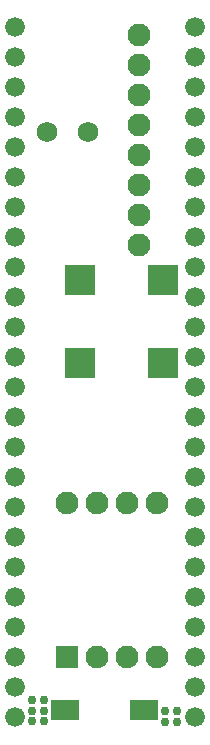
<source format=gts>
G04 Layer_Color=8388736*
%FSLAX24Y24*%
%MOIN*%
G70*
G01*
G75*
G04:AMPARAMS|DCode=41|XSize=26mil|YSize=26mil|CornerRadius=8mil|HoleSize=0mil|Usage=FLASHONLY|Rotation=270.000|XOffset=0mil|YOffset=0mil|HoleType=Round|Shape=RoundedRectangle|*
%AMROUNDEDRECTD41*
21,1,0.0260,0.0100,0,0,270.0*
21,1,0.0100,0.0260,0,0,270.0*
1,1,0.0160,-0.0050,-0.0050*
1,1,0.0160,-0.0050,0.0050*
1,1,0.0160,0.0050,0.0050*
1,1,0.0160,0.0050,-0.0050*
%
%ADD41ROUNDEDRECTD41*%
%ADD42R,0.0966X0.0651*%
%ADD43R,0.1044X0.1044*%
%ADD44C,0.0660*%
%ADD45C,0.0690*%
%ADD46C,0.0769*%
%ADD47R,0.0760X0.0760*%
%ADD48C,0.0760*%
D41*
X37405Y19843D02*
D03*
X37005D02*
D03*
X37405Y20197D02*
D03*
X37005D02*
D03*
X32585Y19872D02*
D03*
X32985D02*
D03*
X32585Y20226D02*
D03*
X32985D02*
D03*
X32585Y20581D02*
D03*
X32985D02*
D03*
D42*
X36299Y20236D02*
D03*
X33661D02*
D03*
D43*
X34173Y31811D02*
D03*
X36929D02*
D03*
Y34567D02*
D03*
X34173D02*
D03*
D44*
X32000Y27000D02*
D03*
Y28000D02*
D03*
Y29000D02*
D03*
Y43000D02*
D03*
Y42000D02*
D03*
Y41000D02*
D03*
X38000Y29000D02*
D03*
X32000Y26000D02*
D03*
Y25000D02*
D03*
Y24000D02*
D03*
Y23000D02*
D03*
Y22000D02*
D03*
Y21000D02*
D03*
Y20000D02*
D03*
X38000D02*
D03*
Y21000D02*
D03*
Y22000D02*
D03*
Y23000D02*
D03*
Y24000D02*
D03*
Y25000D02*
D03*
Y26000D02*
D03*
Y27000D02*
D03*
Y28000D02*
D03*
X32000Y40000D02*
D03*
Y39000D02*
D03*
Y38000D02*
D03*
Y37000D02*
D03*
Y36000D02*
D03*
Y35000D02*
D03*
Y34000D02*
D03*
Y33000D02*
D03*
Y32000D02*
D03*
Y31000D02*
D03*
Y30000D02*
D03*
X38000D02*
D03*
Y31000D02*
D03*
Y32000D02*
D03*
Y33000D02*
D03*
Y34000D02*
D03*
Y35000D02*
D03*
Y36000D02*
D03*
Y37000D02*
D03*
Y38000D02*
D03*
Y39000D02*
D03*
Y40000D02*
D03*
Y41000D02*
D03*
Y42000D02*
D03*
Y43000D02*
D03*
D45*
X33061Y39508D02*
D03*
X34439D02*
D03*
D46*
X36150Y35750D02*
D03*
Y36750D02*
D03*
Y37750D02*
D03*
Y38750D02*
D03*
Y39750D02*
D03*
Y40750D02*
D03*
Y41750D02*
D03*
Y42750D02*
D03*
D47*
X33750Y22000D02*
D03*
D48*
X34750D02*
D03*
X35750D02*
D03*
X36750D02*
D03*
X33750Y27150D02*
D03*
X34750D02*
D03*
X35750D02*
D03*
X36750D02*
D03*
M02*

</source>
